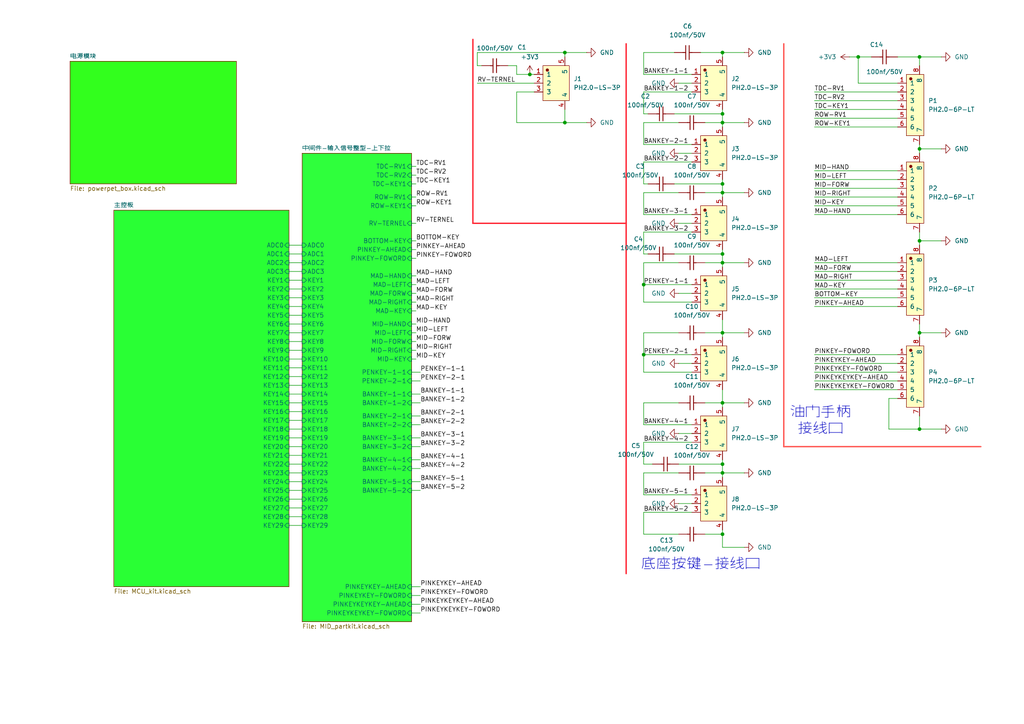
<source format=kicad_sch>
(kicad_sch (version 20231120) (generator "eeschema") (generator_version "8.0")
  (paper "A4")
  (lib_symbols
    (symbol "power:+3V3" (power) (pin_numbers hide) (pin_names (offset 0) hide)
      (property "Value" "+3V3" (at 0 3.556 0))
      (symbol "+3V3_0_1"
        (polyline (pts (xy -0.762 1.27) (xy 0 2.54)))
        (polyline (pts (xy 0 0) (xy 0 2.54)))
        (polyline (pts (xy 0 2.54) (xy 0.762 1.27)))
      )
      (symbol "+3V3_1_1"
        (pin power_in line (at 0 0 90) (length 0) (name "~") (number "1"))
      )
    )
    (symbol "power:GND" (power) (pin_numbers hide) (pin_names (offset 0) hide)
      (property "Value" "GND" (at 0 -3.81 0))
      (symbol "GND_0_1"
        (polyline (pts (xy 0 0) (xy 0 -1.27) (xy 1.27 -1.27) (xy 0 -2.54) (xy -1.27 -1.27) (xy 0 -1.27)))
      )
      (symbol "GND_1_1"
        (pin power_in line (at 0 0 270) (length 0) (name "~") (number "1"))
      )
    )
    (symbol "self_connect:PH2.0-6P-LT" (pin_names (offset 1.016))
      (property "Reference" "P" (at -3.556 13.97 0))
      (property "Value" "PH2.0-6P-LT" (at 9.652 -10.414 0))
      (symbol "PH2.0-6P-LT_1_1"
        (rectangle (start -2.54 12.7) (end 2.54 -5.08) (stroke (width 0.1524)) (fill (type background)))
        (circle (center -1.27 11.43) (radius 0.381) (stroke (width 0.1524)) (fill (type outline)))
        (pin passive line (at -5.08 10.16 0) (length 2.54) (name "1") (number "1"))
        (pin passive line (at -5.08 7.62 0) (length 2.54) (name "2") (number "2"))
        (pin passive line (at -5.08 5.08 0) (length 2.54) (name "3") (number "3"))
        (pin passive line (at -5.08 2.54 0) (length 2.54) (name "4") (number "4"))
        (pin passive line (at -5.08 0 0) (length 2.54) (name "5") (number "5"))
        (pin passive line (at -5.08 -2.54 0) (length 2.54) (name "6") (number "6"))
        (pin passive line (at 1.27 -7.62 90) (length 2.54) (name "7") (number "7"))
        (pin passive line (at 1.27 15.24 270) (length 2.54) (name "8") (number "8"))
      )
    )
    (symbol "self_connect:PH2.0-LS-3P" (pin_names (offset 1.016))
      (property "Reference" "J" (at -3.048 6.604 0))
      (property "Value" "PH2.0-LS-3P" (at -6.096 -7.366 0))
      (symbol "PH2.0-LS-3P_1_1"
        (rectangle (start -2.54 5.08) (end 5.08 -5.08) (stroke (width 0.1524)) (fill (type background)))
        (circle (center -1.27 3.81) (radius 0.381) (stroke (width 0.1524)) (fill (type outline)))
        (pin passive line (at -5.08 2.54 0) (length 2.54) (name "1") (number "1"))
        (pin passive line (at -5.08 0 0) (length 2.54) (name "2") (number "2"))
        (pin passive line (at -5.08 -2.54 0) (length 2.54) (name "3") (number "3"))
        (pin passive line (at 3.81 -7.62 90) (length 2.54) (name "4") (number "4"))
        (pin passive line (at 3.81 7.62 270) (length 2.54) (name "5") (number "5"))
      )
    )
    (symbol "self_no_source:0603C" (pin_numbers hide) (pin_names (offset 1.016) hide)
      (property "Reference" "C" (at -2.54 1.905 0))
      (property "Value" "0603C" (at 0.635 -3.175 0))
      (symbol "0603C_1_1"
        (polyline (pts (xy -1.27 0) (xy -0.508 0)) (stroke (width 0.254)))
        (polyline (pts (xy -0.508 -2.032) (xy -0.508 2.032)) (stroke (width 0.254)))
        (polyline (pts (xy 0.508 2.032) (xy 0.508 -2.032)) (stroke (width 0.254)))
        (polyline (pts (xy 1.27 0) (xy 0.508 0)) (stroke (width 0.254)))
        (pin passive line (at -3.81 0 0) (length 2.54) (name "1") (number "1"))
        (pin passive line (at 3.81 0 180) (length 2.54) (name "2") (number "2"))
      )
    )
  )
  (junction (at 209.55 55.88))
  (junction (at 153.67 21.59))
  (junction (at 266.7 124.46))
  (junction (at 209.55 76.2))
  (junction (at 266.7 43.18))
  (junction (at 209.55 15.24))
  (junction (at 248.92 16.51))
  (junction (at 209.55 73.66))
  (junction (at 186.69 102.87))
  (junction (at 209.55 137.16))
  (junction (at 163.83 15.24))
  (junction (at 163.83 35.56))
  (junction (at 209.55 35.56))
  (junction (at 209.55 96.52))
  (junction (at 186.69 82.55))
  (junction (at 209.55 154.94))
  (junction (at 266.7 16.51))
  (junction (at 266.7 96.52))
  (junction (at 209.55 33.02))
  (junction (at 209.55 116.84))
  (junction (at 209.55 134.62))
  (junction (at 209.55 53.34))
  (junction (at 266.7 69.85))
  (wire (pts (xy 119.38 110.49) (xy 121.92 110.49)))
  (wire (pts (xy 257.81 115.57) (xy 260.35 115.57)))
  (wire (pts (xy 248.92 24.13) (xy 260.35 24.13)))
  (wire (pts (xy 83.82 86.36) (xy 87.63 86.36)))
  (wire (pts (xy 83.82 116.84) (xy 87.63 116.84)))
  (wire (pts (xy 209.55 137.16) (xy 209.55 138.43)))
  (wire (pts (xy 209.55 92.71) (xy 209.55 96.52)))
  (wire (pts (xy 195.58 73.66) (xy 209.55 73.66)))
  (wire (pts (xy 204.47 55.88) (xy 209.55 55.88)))
  (wire (pts (xy 149.86 26.67) (xy 149.86 35.56)))
  (wire (pts (xy 163.83 15.24) (xy 163.83 16.51)))
  (wire (pts (xy 209.55 96.52) (xy 209.55 97.79)))
  (wire (pts (xy 209.55 72.39) (xy 209.55 73.66)))
  (wire (pts (xy 236.22 88.9) (xy 260.35 88.9)))
  (wire (pts (xy 138.43 15.24) (xy 163.83 15.24)))
  (wire (pts (xy 83.82 127) (xy 87.63 127)))
  (wire (pts (xy 196.85 146.05) (xy 200.66 146.05)))
  (wire (pts (xy 119.38 120.65) (xy 121.92 120.65)))
  (wire (pts (xy 236.22 52.07) (xy 260.35 52.07)))
  (wire (pts (xy 83.82 111.76) (xy 87.63 111.76)))
  (wire (pts (xy 236.22 54.61) (xy 260.35 54.61)))
  (wire (pts (xy 257.81 124.46) (xy 266.7 124.46)))
  (wire (pts (xy 139.7 19.05) (xy 138.43 19.05)))
  (wire (pts (xy 83.82 139.7) (xy 87.63 139.7)))
  (wire (pts (xy 209.55 153.67) (xy 209.55 154.94)))
  (wire (pts (xy 186.69 53.34) (xy 186.69 46.99)))
  (wire (pts (xy 138.43 24.13) (xy 154.94 24.13)))
  (wire (pts (xy 186.69 123.19) (xy 200.66 123.19)))
  (wire (pts (xy 186.69 116.84) (xy 186.69 123.19)))
  (wire (pts (xy 119.38 170.18) (xy 121.92 170.18)))
  (wire (pts (xy 119.38 114.3) (xy 121.92 114.3)))
  (wire (pts (xy 186.69 21.59) (xy 200.66 21.59)))
  (wire (pts (xy 196.85 24.13) (xy 200.66 24.13)))
  (wire (pts (xy 186.69 137.16) (xy 186.69 143.51)))
  (wire (pts (xy 266.7 69.85) (xy 266.7 71.12)))
  (wire (pts (xy 209.55 53.34) (xy 209.55 55.88)))
  (wire (pts (xy 83.82 121.92) (xy 87.63 121.92)))
  (wire (pts (xy 236.22 113.03) (xy 260.35 113.03)))
  (wire (pts (xy 186.69 55.88) (xy 186.69 62.23)))
  (wire (pts (xy 209.55 31.75) (xy 209.55 33.02)))
  (wire (pts (xy 83.82 88.9) (xy 87.63 88.9)))
  (wire (pts (xy 186.69 143.51) (xy 200.66 143.51)))
  (wire (pts (xy 83.82 119.38) (xy 87.63 119.38)))
  (wire (pts (xy 83.82 142.24) (xy 87.63 142.24)))
  (wire (pts (xy 153.67 21.59) (xy 154.94 21.59)))
  (wire (pts (xy 119.38 123.19) (xy 121.92 123.19)))
  (wire (pts (xy 209.55 73.66) (xy 209.55 76.2)))
  (wire (pts (xy 186.69 33.02) (xy 186.69 26.67)))
  (wire (pts (xy 204.47 137.16) (xy 209.55 137.16)))
  (wire (pts (xy 236.22 31.75) (xy 260.35 31.75)))
  (wire (pts (xy 209.55 15.24) (xy 209.55 16.51)))
  (wire (pts (xy 260.35 16.51) (xy 266.7 16.51)))
  (wire (pts (xy 83.82 124.46) (xy 87.63 124.46)))
  (wire (pts (xy 147.32 19.05) (xy 149.86 19.05)))
  (wire (pts (xy 119.38 104.14) (xy 120.65 104.14)))
  (wire (pts (xy 209.55 33.02) (xy 209.55 35.56)))
  (wire (pts (xy 83.82 96.52) (xy 87.63 96.52)))
  (wire (pts (xy 186.69 102.87) (xy 200.66 102.87)))
  (wire (pts (xy 119.38 53.34) (xy 120.65 53.34)))
  (wire (pts (xy 209.55 134.62) (xy 209.55 137.16)))
  (wire (pts (xy 236.22 83.82) (xy 260.35 83.82)))
  (wire (pts (xy 209.55 116.84) (xy 209.55 118.11)))
  (wire (pts (xy 186.69 55.88) (xy 196.85 55.88)))
  (wire (pts (xy 119.38 133.35) (xy 121.92 133.35)))
  (wire (pts (xy 209.55 113.03) (xy 209.55 116.84)))
  (wire (pts (xy 119.38 172.72) (xy 121.92 172.72)))
  (wire (pts (xy 186.69 35.56) (xy 186.69 41.91)))
  (polyline (pts (xy 284.48 129.54) (xy 227.33 129.54)) (stroke (width 0.4) (color 255 87 82 1)))
  (polyline (pts (xy 227.33 12.7) (xy 227.33 129.54)) (stroke (width 0.4) (color 255 87 82 1)))
  (wire (pts (xy 186.69 15.24) (xy 186.69 21.59)))
  (wire (pts (xy 119.38 90.17) (xy 120.65 90.17)))
  (wire (pts (xy 266.7 41.91) (xy 266.7 43.18)))
  (wire (pts (xy 83.82 78.74) (xy 87.63 78.74)))
  (wire (pts (xy 236.22 57.15) (xy 260.35 57.15)))
  (wire (pts (xy 209.55 137.16) (xy 215.9 137.16)))
  (wire (pts (xy 119.38 64.77) (xy 120.65 64.77)))
  (wire (pts (xy 83.82 132.08) (xy 87.63 132.08)))
  (wire (pts (xy 186.69 102.87) (xy 186.69 107.95)))
  (wire (pts (xy 196.85 105.41) (xy 200.66 105.41)))
  (wire (pts (xy 236.22 34.29) (xy 260.35 34.29)))
  (wire (pts (xy 170.18 15.24) (xy 163.83 15.24)))
  (wire (pts (xy 266.7 16.51) (xy 273.05 16.51)))
  (wire (pts (xy 209.55 55.88) (xy 209.55 57.15)))
  (wire (pts (xy 203.2 15.24) (xy 209.55 15.24)))
  (wire (pts (xy 209.55 52.07) (xy 209.55 53.34)))
  (wire (pts (xy 266.7 124.46) (xy 273.05 124.46)))
  (wire (pts (xy 209.55 133.35) (xy 209.55 134.62)))
  (wire (pts (xy 83.82 109.22) (xy 87.63 109.22)))
  (wire (pts (xy 246.38 16.51) (xy 248.92 16.51)))
  (wire (pts (xy 119.38 93.98) (xy 120.65 93.98)))
  (wire (pts (xy 236.22 102.87) (xy 260.35 102.87)))
  (wire (pts (xy 83.82 76.2) (xy 87.63 76.2)))
  (wire (pts (xy 196.85 134.62) (xy 209.55 134.62)))
  (wire (pts (xy 119.38 101.6) (xy 120.65 101.6)))
  (polyline (pts (xy 137.16 11.43) (xy 137.16 64.77)) (stroke (width 0.4) (color 255 37 51 1)))
  (wire (pts (xy 83.82 91.44) (xy 87.63 91.44)))
  (wire (pts (xy 186.69 107.95) (xy 200.66 107.95)))
  (wire (pts (xy 119.38 50.8) (xy 120.65 50.8)))
  (wire (pts (xy 209.55 96.52) (xy 215.9 96.52)))
  (wire (pts (xy 209.55 76.2) (xy 215.9 76.2)))
  (wire (pts (xy 236.22 105.41) (xy 260.35 105.41)))
  (wire (pts (xy 209.55 154.94) (xy 209.55 158.75)))
  (wire (pts (xy 119.38 96.52) (xy 120.65 96.52)))
  (wire (pts (xy 186.69 53.34) (xy 187.96 53.34)))
  (wire (pts (xy 252.73 16.51) (xy 248.92 16.51)))
  (wire (pts (xy 266.7 96.52) (xy 273.05 96.52)))
  (wire (pts (xy 186.69 154.94) (xy 196.85 154.94)))
  (wire (pts (xy 83.82 144.78) (xy 87.63 144.78)))
  (wire (pts (xy 119.38 129.54) (xy 121.92 129.54)))
  (wire (pts (xy 186.69 82.55) (xy 186.69 87.63)))
  (wire (pts (xy 119.38 127) (xy 121.92 127)))
  (wire (pts (xy 149.86 21.59) (xy 153.67 21.59)))
  (wire (pts (xy 196.85 64.77) (xy 200.66 64.77)))
  (wire (pts (xy 236.22 26.67) (xy 260.35 26.67)))
  (wire (pts (xy 236.22 49.53) (xy 260.35 49.53)))
  (wire (pts (xy 186.69 137.16) (xy 196.85 137.16)))
  (wire (pts (xy 186.69 46.99) (xy 200.66 46.99)))
  (wire (pts (xy 266.7 96.52) (xy 266.7 97.79)))
  (wire (pts (xy 83.82 137.16) (xy 87.63 137.16)))
  (wire (pts (xy 209.55 55.88) (xy 215.9 55.88)))
  (wire (pts (xy 186.69 26.67) (xy 200.66 26.67)))
  (wire (pts (xy 236.22 110.49) (xy 260.35 110.49)))
  (wire (pts (xy 119.38 99.06) (xy 120.65 99.06)))
  (wire (pts (xy 186.69 128.27) (xy 200.66 128.27)))
  (wire (pts (xy 209.55 35.56) (xy 215.9 35.56)))
  (wire (pts (xy 119.38 69.85) (xy 120.65 69.85)))
  (wire (pts (xy 119.38 59.69) (xy 120.65 59.69)))
  (wire (pts (xy 266.7 69.85) (xy 273.05 69.85)))
  (wire (pts (xy 119.38 139.7) (xy 121.92 139.7)))
  (polyline (pts (xy 181.61 12.7) (xy 181.61 166.37)) (stroke (width 0.4) (color 255 37 51 1)))
  (wire (pts (xy 119.38 85.09) (xy 120.65 85.09)))
  (wire (pts (xy 186.69 33.02) (xy 187.96 33.02)))
  (wire (pts (xy 266.7 16.51) (xy 266.7 19.05)))
  (wire (pts (xy 236.22 81.28) (xy 260.35 81.28)))
  (wire (pts (xy 186.69 96.52) (xy 196.85 96.52)))
  (wire (pts (xy 266.7 43.18) (xy 266.7 44.45)))
  (wire (pts (xy 236.22 29.21) (xy 260.35 29.21)))
  (wire (pts (xy 154.94 26.67) (xy 149.86 26.67)))
  (wire (pts (xy 119.38 82.55) (xy 120.65 82.55)))
  (wire (pts (xy 83.82 114.3) (xy 87.63 114.3)))
  (wire (pts (xy 196.85 85.09) (xy 200.66 85.09)))
  (wire (pts (xy 83.82 93.98) (xy 87.63 93.98)))
  (wire (pts (xy 204.47 116.84) (xy 209.55 116.84)))
  (wire (pts (xy 266.7 67.31) (xy 266.7 69.85)))
  (wire (pts (xy 248.92 16.51) (xy 248.92 24.13)))
  (wire (pts (xy 83.82 134.62) (xy 87.63 134.62)))
  (wire (pts (xy 186.69 73.66) (xy 186.69 67.31)))
  (wire (pts (xy 83.82 83.82) (xy 87.63 83.82)))
  (wire (pts (xy 236.22 76.2) (xy 260.35 76.2)))
  (wire (pts (xy 119.38 116.84) (xy 121.92 116.84)))
  (wire (pts (xy 83.82 71.12) (xy 87.63 71.12)))
  (wire (pts (xy 186.69 67.31) (xy 200.66 67.31)))
  (wire (pts (xy 149.86 19.05) (xy 149.86 21.59)))
  (wire (pts (xy 186.69 76.2) (xy 186.69 82.55)))
  (wire (pts (xy 266.7 93.98) (xy 266.7 96.52)))
  (wire (pts (xy 163.83 31.75) (xy 163.83 35.56)))
  (wire (pts (xy 204.47 35.56) (xy 209.55 35.56)))
  (wire (pts (xy 257.81 115.57) (xy 257.81 124.46)))
  (wire (pts (xy 119.38 142.24) (xy 121.92 142.24)))
  (wire (pts (xy 209.55 35.56) (xy 209.55 36.83)))
  (wire (pts (xy 83.82 129.54) (xy 87.63 129.54)))
  (wire (pts (xy 196.85 125.73) (xy 200.66 125.73)))
  (wire (pts (xy 236.22 59.69) (xy 260.35 59.69)))
  (polyline (pts (xy 181.61 64.77) (xy 137.16 64.77)) (stroke (width 0.4) (color 255 37 51 1)))
  (wire (pts (xy 186.69 154.94) (xy 186.69 148.59)))
  (wire (pts (xy 186.69 62.23) (xy 200.66 62.23)))
  (wire (pts (xy 186.69 15.24) (xy 195.58 15.24)))
  (wire (pts (xy 83.82 73.66) (xy 87.63 73.66)))
  (wire (pts (xy 83.82 152.4) (xy 87.63 152.4)))
  (wire (pts (xy 266.7 120.65) (xy 266.7 124.46)))
  (wire (pts (xy 236.22 86.36) (xy 260.35 86.36)))
  (wire (pts (xy 119.38 177.8) (xy 121.92 177.8)))
  (wire (pts (xy 119.38 80.01) (xy 120.65 80.01)))
  (wire (pts (xy 196.85 44.45) (xy 200.66 44.45)))
  (wire (pts (xy 186.69 73.66) (xy 187.96 73.66)))
  (wire (pts (xy 186.69 96.52) (xy 186.69 102.87)))
  (wire (pts (xy 204.47 154.94) (xy 209.55 154.94)))
  (wire (pts (xy 186.69 87.63) (xy 200.66 87.63)))
  (wire (pts (xy 186.69 35.56) (xy 196.85 35.56)))
  (wire (pts (xy 209.55 158.75) (xy 215.9 158.75)))
  (wire (pts (xy 119.38 48.26) (xy 120.65 48.26)))
  (wire (pts (xy 186.69 41.91) (xy 200.66 41.91)))
  (wire (pts (xy 119.38 72.39) (xy 120.65 72.39)))
  (wire (pts (xy 186.69 134.62) (xy 189.23 134.62)))
  (wire (pts (xy 236.22 36.83) (xy 260.35 36.83)))
  (wire (pts (xy 186.69 76.2) (xy 196.85 76.2)))
  (wire (pts (xy 119.38 74.93) (xy 120.65 74.93)))
  (wire (pts (xy 209.55 116.84) (xy 215.9 116.84)))
  (wire (pts (xy 149.86 35.56) (xy 163.83 35.56)))
  (wire (pts (xy 83.82 99.06) (xy 87.63 99.06)))
  (wire (pts (xy 83.82 81.28) (xy 87.63 81.28)))
  (wire (pts (xy 195.58 53.34) (xy 209.55 53.34)))
  (wire (pts (xy 186.69 148.59) (xy 200.66 148.59)))
  (wire (pts (xy 236.22 107.95) (xy 260.35 107.95)))
  (wire (pts (xy 83.82 104.14) (xy 87.63 104.14)))
  (wire (pts (xy 170.18 35.56) (xy 163.83 35.56)))
  (wire (pts (xy 215.9 15.24) (xy 209.55 15.24)))
  (wire (pts (xy 186.69 116.84) (xy 196.85 116.84)))
  (wire (pts (xy 119.38 107.95) (xy 121.92 107.95)))
  (wire (pts (xy 204.47 96.52) (xy 209.55 96.52)))
  (wire (pts (xy 83.82 147.32) (xy 87.63 147.32)))
  (wire (pts (xy 83.82 106.68) (xy 87.63 106.68)))
  (wire (pts (xy 236.22 62.23) (xy 260.35 62.23)))
  (wire (pts (xy 119.38 135.89) (xy 121.92 135.89)))
  (wire (pts (xy 209.55 76.2) (xy 209.55 77.47)))
  (wire (pts (xy 119.38 57.15) (xy 120.65 57.15)))
  (wire (pts (xy 83.82 101.6) (xy 87.63 101.6)))
  (wire (pts (xy 195.58 33.02) (xy 209.55 33.02)))
  (wire (pts (xy 119.38 87.63) (xy 120.65 87.63)))
  (wire (pts (xy 138.43 19.05) (xy 138.43 15.24)))
  (wire (pts (xy 83.82 149.86) (xy 87.63 149.86)))
  (wire (pts (xy 236.22 78.74) (xy 260.35 78.74)))
  (wire (pts (xy 266.7 43.18) (xy 273.05 43.18)))
  (wire (pts (xy 119.38 175.26) (xy 121.92 175.26)))
  (wire (pts (xy 186.69 82.55) (xy 200.66 82.55)))
  (wire (pts (xy 204.47 76.2) (xy 209.55 76.2)))
  (wire (pts (xy 186.69 134.62) (xy 186.69 128.27)))
  (text "底座按键-接线口" (at 203.2 163.83 0) (effects (font (size 3 3))))
  (text "油门手柄\n接线口" (at 237.998 122.174 0) (effects (font (size 3 3))))
  (label "PINKEYKEY-AHEAD" (at 121.92 170.18 0))
  (label "TDC-RV1" (at 120.65 48.26 0))
  (label "MID-FORW" (at 120.65 99.06 0))
  (label "ROW-KEY1" (at 120.65 59.69 0))
  (label "MID-KEY" (at 120.65 104.14 0))
  (label "MID-FORW" (at 236.22 54.61 0))
  (label "BANKEY-5-1" (at 121.92 139.7 0))
  (label "PINKEY-AHEAD" (at 236.22 88.9 0))
  (label "BANKEY-5-2" (at 121.92 142.24 0))
  (label "BANKEY-4-2" (at 186.69 128.27 0))
  (label "BANKEY-1-1" (at 186.69 21.59 0))
  (label "TDC-KEY1" (at 120.65 53.34 0))
  (label "BANKEY-5-2" (at 186.69 148.59 0))
  (label "BANKEY-3-2" (at 121.92 129.54 0))
  (label "MID-HAND" (at 236.22 49.53 0))
  (label "BANKEY-1-2" (at 121.92 116.84 0))
  (label "ROW-RV1" (at 120.65 57.15 0))
  (label "MID-RIGHT" (at 120.65 101.6 0))
  (label "MID-HAND" (at 120.65 93.98 0))
  (label "TDC-KEY1" (at 236.22 31.75 0))
  (label "MAD-LEFT" (at 120.65 82.55 0))
  (label "BANKEY-3-1" (at 186.69 62.23 0))
  (label "RV-TERNEL" (at 138.43 24.13 0))
  (label "PINKEY-FOWORD" (at 120.65 74.93 0))
  (label "BANKEY-2-1" (at 121.92 120.65 0))
  (label "BANKEY-3-1" (at 121.92 127 0))
  (label "BANKEY-2-2" (at 186.69 46.99 0))
  (label "MID-LEFT" (at 120.65 96.52 0))
  (label "MID-RIGHT" (at 236.22 57.15 0))
  (label "MID-LEFT" (at 236.22 52.07 0))
  (label "PENKEY-1-1" (at 186.69 82.55 0))
  (label "RV-TERNEL" (at 120.65 64.77 0))
  (label "MAD-HAND" (at 120.65 80.01 0))
  (label "MAD-HAND" (at 236.22 62.23 0))
  (label "TDC-RV1" (at 236.22 26.67 0))
  (label "MAD-KEY" (at 120.65 90.17 0))
  (label "BANKEY-4-1" (at 186.69 123.19 0))
  (label "BANKEY-5-1" (at 186.69 143.51 0))
  (label "PINKEYKEY-FOWORD" (at 121.92 172.72 0))
  (label "BANKEY-4-1" (at 121.92 133.35 0))
  (label "BANKEY-1-2" (at 186.69 26.67 0))
  (label "ROW-RV1" (at 236.22 34.29 0))
  (label "BANKEY-3-2" (at 186.69 67.31 0))
  (label "BANKEY-2-2" (at 121.92 123.19 0))
  (label "PINKEYKEY-FOWORD" (at 236.22 107.95 0))
  (label "MAD-RIGHT" (at 236.22 81.28 0))
  (label "MAD-FORW" (at 236.22 78.74 0))
  (label "BANKEY-4-2" (at 121.92 135.89 0))
  (label "PINKEYKEYKEY-AHEAD" (at 236.22 110.49 0))
  (label "PINKEYKEYKEY-FOWORD" (at 236.22 113.03 0))
  (label "MID-KEY" (at 236.22 59.69 0))
  (label "MAD-RIGHT" (at 120.65 87.63 0))
  (label "BANKEY-2-1" (at 186.69 41.91 0))
  (label "TDC-RV2" (at 120.65 50.8 0))
  (label "PINKEY-FOWORD" (at 236.22 102.87 0))
  (label "MAD-KEY" (at 236.22 83.82 0))
  (label "BOTTOM-KEY" (at 236.22 86.36 0))
  (label "BANKEY-1-1" (at 121.92 114.3 0))
  (label "PINKEYKEY-AHEAD" (at 236.22 105.41 0))
  (label "PINKEYKEYKEY-FOWORD" (at 121.92 177.8 0))
  (label "PENKEY-1-1" (at 121.92 107.95 0))
  (label "BOTTOM-KEY" (at 120.65 69.85 0))
  (label "PINKEYKEYKEY-AHEAD" (at 121.92 175.26 0))
  (label "PENKEY-2-1" (at 186.69 102.87 0))
  (label "ROW-KEY1" (at 236.22 36.83 0))
  (label "PINKEY-AHEAD" (at 120.65 72.39 0))
  (label "MAD-FORW" (at 120.65 85.09 0))
  (label "MAD-LEFT" (at 236.22 76.2 0))
  (label "PENKEY-2-1" (at 121.92 110.49 0))
  (label "TDC-RV2" (at 236.22 29.21 0))
  (symbol (lib_id "self_no_source:0603C") (at 199.39 15.24 0) (unit 1)
    (property "Reference" "C6" (at 199.39 7.62 0))
    (property "Value" "100nf/50V" (at 199.39 10.16 0))
    (property "Footprint" "self-mod:0603_C" (effects (hide yes)))
    (property "Datasheet" "http://www.szlcsc.com/product/details_16531.html" (effects (hide yes)))
    (property "Description" "CAP" (effects (hide yes)))
  )
  (symbol (lib_id "self_no_source:0603C") (at 200.66 55.88 0) (unit 1)
    (property "Reference" "C8" (at 200.66 48.26 0))
    (property "Value" "100nf/50V" (at 200.66 50.8 0))
    (property "Footprint" "self-mod:0603_C" (effects (hide yes)))
    (property "Datasheet" "http://www.szlcsc.com/product/details_16531.html" (effects (hide yes)))
    (property "Description" "CAP" (effects (hide yes)))
  )
  (symbol (lib_id "self_no_source:0603C") (at 200.66 154.94 0) (mirror x) (unit 1)
    (property "Reference" "C13" (at 193.294 156.718 0))
    (property "Value" "100nf/50V" (at 193.294 159.258 0))
    (property "Footprint" "self-mod:0603_C" (effects (hide yes)))
    (property "Datasheet" "http://www.szlcsc.com/product/details_16531.html" (effects (hide yes)))
    (property "Description" "CAP" (effects (hide yes)))
  )
  (symbol (lib_id "self_no_source:0603C") (at 191.77 33.02 0) (mirror x) (unit 1)
    (property "Reference" "C2" (at 187.198 27.94 0))
    (property "Value" "100nf/50V" (at 187.198 30.48 0))
    (property "Footprint" "self-mod:0603_C" (effects (hide yes)))
    (property "Datasheet" "http://www.szlcsc.com/product/details_16531.html" (effects (hide yes)))
    (property "Description" "CAP" (effects (hide yes)))
  )
  (symbol (lib_id "power:GND") (at 273.05 96.52 90) (unit 1)
    (property "Reference" "#PWR023" (effects (hide yes)))
    (property "Value" "GND" (at 276.86 96.5199 90) (effects (justify right)))
    (property "Description" "Power symbol creates a global label with name \"GND\" , ground" (effects (hide yes)))
  )
  (symbol (lib_id "power:GND") (at 196.85 105.41 270) (unit 1)
    (property "Reference" "#PWR08" (effects (hide yes)))
    (property "Value" "GND" (at 193.04 105.4099 90) (effects (justify right)))
    (property "Description" "Power symbol creates a global label with name \"GND\" , ground" (effects (hide yes)))
  )
  (symbol (lib_id "self_no_source:0603C") (at 193.04 134.62 0) (mirror x) (unit 1)
    (property "Reference" "C5" (at 184.404 129.286 0))
    (property "Value" "100nf/50V" (at 184.404 131.826 0))
    (property "Footprint" "self-mod:0603_C" (effects (hide yes)))
    (property "Datasheet" "http://www.szlcsc.com/product/details_16531.html" (effects (hide yes)))
    (property "Description" "CAP" (effects (hide yes)))
  )
  (symbol (lib_id "self_connect:PH2.0-6P-LT") (at 265.43 86.36 0) (unit 1)
    (property "Reference" "P3" (at 269.24 81.2799 0) (effects (justify left)))
    (property "Value" "PH2.0-6P-LT" (at 269.24 83.8199 0) (effects (justify left)))
    (property "Footprint" "self-connecte:CONN-SMD_6P-P2.00_SHOU_2.0-6PLTDK" (effects (hide yes)))
    (property "Description" "C19272111" (effects (hide yes)))
    (property "uuid" "std:aed6e97ea1a44d6fab05bf84a3c832f8" (effects (hide yes)))
  )
  (symbol (lib_id "self_no_source:0603C") (at 200.66 116.84 0) (unit 1)
    (property "Reference" "C11" (at 200.66 109.22 0))
    (property "Value" "100nf/50V" (at 200.66 111.76 0))
    (property "Footprint" "self-mod:0603_C" (effects (hide yes)))
    (property "Datasheet" "http://www.szlcsc.com/product/details_16531.html" (effects (hide yes)))
    (property "Description" "CAP" (effects (hide yes)))
  )
  (symbol (lib_id "power:GND") (at 215.9 35.56 90) (unit 1)
    (property "Reference" "#PWR012" (effects (hide yes)))
    (property "Value" "GND" (at 219.71 35.5599 90) (effects (justify right)))
    (property "Description" "Power symbol creates a global label with name \"GND\" , ground" (effects (hide yes)))
  )
  (symbol (lib_id "self_no_source:0603C") (at 200.66 137.16 0) (unit 1)
    (property "Reference" "C12" (at 200.66 129.54 0))
    (property "Value" "100nf/50V" (at 200.66 132.08 0))
    (property "Footprint" "self-mod:0603_C" (effects (hide yes)))
    (property "Datasheet" "http://www.szlcsc.com/product/details_16531.html" (effects (hide yes)))
    (property "Description" "CAP" (effects (hide yes)))
  )
  (symbol (lib_id "power:GND") (at 215.9 76.2 90) (unit 1)
    (property "Reference" "#PWR014" (effects (hide yes)))
    (property "Value" "GND" (at 219.71 76.1999 90) (effects (justify right)))
    (property "Description" "Power symbol creates a global label with name \"GND\" , ground" (effects (hide yes)))
  )
  (symbol (lib_id "self_no_source:0603C") (at 200.66 35.56 0) (unit 1)
    (property "Reference" "C7" (at 200.66 27.94 0))
    (property "Value" "100nf/50V" (at 200.66 30.48 0))
    (property "Footprint" "self-mod:0603_C" (effects (hide yes)))
    (property "Datasheet" "http://www.szlcsc.com/product/details_16531.html" (effects (hide yes)))
    (property "Description" "CAP" (effects (hide yes)))
  )
  (symbol (lib_id "self_connect:PH2.0-6P-LT") (at 265.43 59.69 0) (unit 1)
    (property "Reference" "P2" (at 269.24 54.6099 0) (effects (justify left)))
    (property "Value" "PH2.0-6P-LT" (at 269.24 57.1499 0) (effects (justify left)))
    (property "Footprint" "self-connecte:CONN-SMD_6P-P2.00_SHOU_2.0-6PLTDK" (effects (hide yes)))
    (property "Description" "C19272111" (effects (hide yes)))
    (property "uuid" "std:aed6e97ea1a44d6fab05bf84a3c832f8" (effects (hide yes)))
  )
  (symbol (lib_id "self_no_source:0603C") (at 256.54 16.51 0) (unit 1)
    (property "Reference" "C14" (at 254.254 12.954 0))
    (property "Value" "100nf/50V" (at 256.54 20.828 0))
    (property "Footprint" "self-mod:0603_C" (effects (hide yes)))
    (property "Datasheet" "http://www.szlcsc.com/product/details_16531.html" (effects (hide yes)))
    (property "Description" "CAP" (effects (hide yes)))
  )
  (symbol (lib_id "self_no_source:0603C") (at 191.77 73.66 0) (mirror x) (unit 1)
    (property "Reference" "C4" (at 185.166 69.342 0))
    (property "Value" "100nf/50V" (at 185.166 71.882 0))
    (property "Footprint" "self-mod:0603_C" (effects (hide yes)))
    (property "Datasheet" "http://www.szlcsc.com/product/details_16531.html" (effects (hide yes)))
    (property "Description" "CAP" (effects (hide yes)))
  )
  (symbol (lib_id "power:GND") (at 215.9 158.75 90) (unit 1)
    (property "Reference" "#PWR018" (effects (hide yes)))
    (property "Value" "GND" (at 219.71 158.7499 90) (effects (justify right)))
    (property "Description" "Power symbol creates a global label with name \"GND\" , ground" (effects (hide yes)))
  )
  (symbol (lib_id "power:GND") (at 196.85 85.09 270) (unit 1)
    (property "Reference" "#PWR07" (effects (hide yes)))
    (property "Value" "GND" (at 193.04 85.0899 90) (effects (justify right)))
    (property "Description" "Power symbol creates a global label with name \"GND\" , ground" (effects (hide yes)))
  )
  (symbol (lib_id "power:GND") (at 196.85 146.05 270) (unit 1)
    (property "Reference" "#PWR010" (effects (hide yes)))
    (property "Value" "GND" (at 193.04 146.0499 90) (effects (justify right)))
    (property "Description" "Power symbol creates a global label with name \"GND\" , ground" (effects (hide yes)))
  )
  (symbol (lib_id "self_no_source:0603C") (at 143.51 19.05 180) (unit 1)
    (property "Reference" "C1" (at 151.384 13.716 0))
    (property "Value" "100nf/50V" (at 143.51 13.97 0))
    (property "Footprint" "self-mod:0603_C" (effects (hide yes)))
    (property "Datasheet" "http://www.szlcsc.com/product/details_16531.html" (effects (hide yes)))
    (property "Description" "CAP" (effects (hide yes)))
  )
  (symbol (lib_id "power:GND") (at 196.85 125.73 270) (unit 1)
    (property "Reference" "#PWR09" (effects (hide yes)))
    (property "Value" "GND" (at 193.04 125.7299 90) (effects (justify right)))
    (property "Description" "Power symbol creates a global label with name \"GND\" , ground" (effects (hide yes)))
  )
  (symbol (lib_id "self_connect:PH2.0-6P-LT") (at 265.43 113.03 0) (unit 1)
    (property "Reference" "P4" (at 269.24 107.9499 0) (effects (justify left)))
    (property "Value" "PH2.0-6P-LT" (at 269.24 110.4899 0) (effects (justify left)))
    (property "Footprint" "self-connecte:CONN-SMD_6P-P2.00_SHOU_2.0-6PLTDK" (effects (hide yes)))
    (property "Description" "C19272111" (effects (hide yes)))
    (property "uuid" "std:aed6e97ea1a44d6fab05bf84a3c832f8" (effects (hide yes)))
  )
  (symbol (lib_id "self_no_source:0603C") (at 200.66 76.2 0) (unit 1)
    (property "Reference" "C9" (at 200.66 68.58 0))
    (property "Value" "100nf/50V" (at 200.66 71.12 0))
    (property "Footprint" "self-mod:0603_C" (effects (hide yes)))
    (property "Datasheet" "http://www.szlcsc.com/product/details_16531.html" (effects (hide yes)))
    (property "Description" "CAP" (effects (hide yes)))
  )
  (symbol (lib_id "power:GND") (at 196.85 44.45 270) (unit 1)
    (property "Reference" "#PWR05" (effects (hide yes)))
    (property "Value" "GND" (at 193.04 44.4499 90) (effects (justify right)))
    (property "Description" "Power symbol creates a global label with name \"GND\" , ground" (effects (hide yes)))
  )
  (symbol (lib_id "self_connect:PH2.0-LS-3P") (at 205.74 146.05 0) (unit 1)
    (property "Reference" "J8" (at 212.09 144.7799 0) (effects (justify left)))
    (property "Value" "PH2.0-LS-3P" (at 212.09 147.3199 0) (effects (justify left)))
    (property "Footprint" "self-connecte:CONN-SMD_3P-P2.00_PH2.0-LT-3P" (effects (hide yes)))
    (property "Description" "C2857461" (effects (hide yes)))
    (property "uuid" "std:8110ba4f4e3c4844895556b5b2d34f2f" (effects (hide yes)))
  )
  (symbol (lib_id "power:GND") (at 196.85 24.13 270) (unit 1)
    (property "Reference" "#PWR04" (effects (hide yes)))
    (property "Value" "GND" (at 193.04 24.1299 90) (effects (justify right)))
    (property "Description" "Power symbol creates a global label with name \"GND\" , ground" (effects (hide yes)))
  )
  (symbol (lib_id "self_connect:PH2.0-LS-3P") (at 160.02 24.13 0) (unit 1)
    (property "Reference" "J1" (at 166.37 22.8599 0) (effects (justify left)))
    (property "Value" "PH2.0-LS-3P" (at 166.37 25.3999 0) (effects (justify left)))
    (property "Footprint" "self-connecte:CONN-SMD_3P-P2.00_PH2.0-LT-3P" (effects (hide yes)))
    (property "Description" "C2857461" (effects (hide yes)))
    (property "uuid" "std:8110ba4f4e3c4844895556b5b2d34f2f" (effects (hide yes)))
  )
  (symbol (lib_id "self_connect:PH2.0-LS-3P") (at 205.74 44.45 0) (unit 1)
    (property "Reference" "J3" (at 212.09 43.1799 0) (effects (justify left)))
    (property "Value" "PH2.0-LS-3P" (at 212.09 45.7199 0) (effects (justify left)))
    (property "Footprint" "self-connecte:CONN-SMD_3P-P2.00_PH2.0-LT-3P" (effects (hide yes)))
    (property "Description" "C2857461" (effects (hide yes)))
    (property "uuid" "std:8110ba4f4e3c4844895556b5b2d34f2f" (effects (hide yes)))
  )
  (symbol (lib_id "power:GND") (at 170.18 15.24 90) (unit 1)
    (property "Reference" "#PWR02" (effects (hide yes)))
    (property "Value" "GND" (at 173.99 15.2399 90) (effects (justify right)))
    (property "Description" "Power symbol creates a global label with name \"GND\" , ground" (effects (hide yes)))
  )
  (symbol (lib_id "self_connect:PH2.0-LS-3P") (at 205.74 105.41 0) (unit 1)
    (property "Reference" "J6" (at 212.09 104.1399 0) (effects (justify left)))
    (property "Value" "PH2.0-LS-3P" (at 212.09 106.6799 0) (effects (justify left)))
    (property "Footprint" "self-connecte:CONN-SMD_3P-P2.00_PH2.0-LT-3P" (effects (hide yes)))
    (property "Description" "C2857461" (effects (hide yes)))
    (property "uuid" "std:8110ba4f4e3c4844895556b5b2d34f2f" (effects (hide yes)))
  )
  (symbol (lib_id "self_connect:PH2.0-6P-LT") (at 265.43 34.29 0) (unit 1)
    (property "Reference" "P1" (at 269.24 29.2099 0) (effects (justify left)))
    (property "Value" "PH2.0-6P-LT" (at 269.24 31.7499 0) (effects (justify left)))
    (property "Footprint" "self-connecte:CONN-SMD_6P-P2.00_SHOU_2.0-6PLTDK" (effects (hide yes)))
    (property "Description" "C19272111" (effects (hide yes)))
    (property "uuid" "std:aed6e97ea1a44d6fab05bf84a3c832f8" (effects (hide yes)))
  )
  (symbol (lib_id "power:GND") (at 215.9 96.52 90) (unit 1)
    (property "Reference" "#PWR015" (effects (hide yes)))
    (property "Value" "GND" (at 219.71 96.5199 90) (effects (justify right)))
    (property "Description" "Power symbol creates a global label with name \"GND\" , ground" (effects (hide yes)))
  )
  (symbol (lib_id "self_connect:PH2.0-LS-3P") (at 205.74 85.09 0) (unit 1)
    (property "Reference" "J5" (at 212.09 83.8199 0) (effects (justify left)))
    (property "Value" "PH2.0-LS-3P" (at 212.09 86.3599 0) (effects (justify left)))
    (property "Footprint" "self-connecte:CONN-SMD_3P-P2.00_PH2.0-LT-3P" (effects (hide yes)))
    (property "Description" "C2857461" (effects (hide yes)))
    (property "uuid" "std:8110ba4f4e3c4844895556b5b2d34f2f" (effects (hide yes)))
  )
  (symbol (lib_id "self_connect:PH2.0-LS-3P") (at 205.74 125.73 0) (unit 1)
    (property "Reference" "J7" (at 212.09 124.4599 0) (effects (justify left)))
    (property "Value" "PH2.0-LS-3P" (at 212.09 126.9999 0) (effects (justify left)))
    (property "Footprint" "self-connecte:CONN-SMD_3P-P2.00_PH2.0-LT-3P" (effects (hide yes)))
    (property "Description" "C2857461" (effects (hide yes)))
    (property "uuid" "std:8110ba4f4e3c4844895556b5b2d34f2f" (effects (hide yes)))
  )
  (symbol (lib_id "self_no_source:0603C") (at 191.77 53.34 0) (mirror x) (unit 1)
    (property "Reference" "C3" (at 185.674 48.26 0))
    (property "Value" "100nf/50V" (at 185.674 50.8 0))
    (property "Footprint" "self-mod:0603_C" (effects (hide yes)))
    (property "Datasheet" "http://www.szlcsc.com/product/details_16531.html" (effects (hide yes)))
    (property "Description" "CAP" (effects (hide yes)))
  )
  (symbol (lib_id "self_no_source:0603C") (at 200.66 96.52 0) (unit 1)
    (property "Reference" "C10" (at 200.66 88.9 0))
    (property "Value" "100nf/50V" (at 200.66 91.44 0))
    (property "Footprint" "self-mod:0603_C" (effects (hide yes)))
    (property "Datasheet" "http://www.szlcsc.com/product/details_16531.html" (effects (hide yes)))
    (property "Description" "CAP" (effects (hide yes)))
  )
  (symbol (lib_id "self_connect:PH2.0-LS-3P") (at 205.74 64.77 0) (unit 1)
    (property "Reference" "J4" (at 212.09 63.4999 0) (effects (justify left)))
    (property "Value" "PH2.0-LS-3P" (at 212.09 66.0399 0) (effects (justify left)))
    (property "Footprint" "self-connecte:CONN-SMD_3P-P2.00_PH2.0-LT-3P" (effects (hide yes)))
    (property "Description" "C2857461" (effects (hide yes)))
    (property "uuid" "std:8110ba4f4e3c4844895556b5b2d34f2f" (effects (hide yes)))
  )
  (symbol (lib_id "power:GND") (at 273.05 124.46 90) (unit 1)
    (property "Reference" "#PWR024" (effects (hide yes)))
    (property "Value" "GND" (at 276.86 124.4599 90) (effects (justify right)))
    (property "Description" "Power symbol creates a global label with name \"GND\" , ground" (effects (hide yes)))
  )
  (symbol (lib_id "power:GND") (at 170.18 35.56 90) (unit 1)
    (property "Reference" "#PWR03" (effects (hide yes)))
    (property "Value" "GND" (at 173.99 35.5599 90) (effects (justify right)))
    (property "Description" "Power symbol creates a global label with name \"GND\" , ground" (effects (hide yes)))
  )
  (symbol (lib_id "power:GND") (at 196.85 64.77 270) (unit 1)
    (property "Reference" "#PWR06" (effects (hide yes)))
    (property "Value" "GND" (at 193.04 64.7699 90) (effects (justify right)))
    (property "Description" "Power symbol creates a global label with name \"GND\" , ground" (effects (hide yes)))
  )
  (symbol (lib_id "power:+3V3") (at 246.38 16.51 90) (unit 1)
    (property "Reference" "#PWR019" (effects (hide yes)))
    (property "Value" "+3V3" (at 242.57 16.5099 90) (effects (justify left)))
    (property "Description" "Power symbol creates a global label with name \"+3V3\"" (effects (hide yes)))
  )
  (symbol (lib_id "power:GND") (at 215.9 116.84 90) (unit 1)
    (property "Reference" "#PWR016" (effects (hide yes)))
    (property "Value" "GND" (at 219.71 116.8399 90) (effects (justify right)))
    (property "Description" "Power symbol creates a global label with name \"GND\" , ground" (effects (hide yes)))
  )
  (symbol (lib_id "power:+3V3") (at 153.67 21.59 0) (unit 1)
    (property "Reference" "#PWR01" (effects (hide yes)))
    (property "Value" "+3V3" (at 153.67 16.51 0))
    (property "Description" "Power symbol creates a global label with name \"+3V3\"" (effects (hide yes)))
  )
  (symbol (lib_id "power:GND") (at 273.05 43.18 90) (unit 1)
    (property "Reference" "#PWR021" (effects (hide yes)))
    (property "Value" "GND" (at 276.86 43.1799 90) (effects (justify right)))
    (property "Description" "Power symbol creates a global label with name \"GND\" , ground" (effects (hide yes)))
  )
  (symbol (lib_id "power:GND") (at 273.05 69.85 90) (unit 1)
    (property "Reference" "#PWR022" (effects (hide yes)))
    (property "Value" "GND" (at 276.86 69.8499 90) (effects (justify right)))
    (property "Description" "Power symbol creates a global label with name \"GND\" , ground" (effects (hide yes)))
  )
  (symbol (lib_id "power:GND") (at 215.9 137.16 90) (unit 1)
    (property "Reference" "#PWR017" (effects (hide yes)))
    (property "Value" "GND" (at 219.71 137.1599 90) (effects (justify right)))
    (property "Description" "Power symbol creates a global label with name \"GND\" , ground" (effects (hide yes)))
  )
  (symbol (lib_id "self_connect:PH2.0-LS-3P") (at 205.74 24.13 0) (unit 1)
    (property "Reference" "J2" (at 212.09 22.8599 0) (effects (justify left)))
    (property "Value" "PH2.0-LS-3P" (at 212.09 25.3999 0) (effects (justify left)))
    (property "Footprint" "self-connecte:CONN-SMD_3P-P2.00_PH2.0-LT-3P" (effects (hide yes)))
    (property "Description" "C2857461" (effects (hide yes)))
    (property "uuid" "std:8110ba4f4e3c4844895556b5b2d34f2f" (effects (hide yes)))
  )
  (symbol (lib_id "power:GND") (at 273.05 16.51 90) (unit 1)
    (property "Reference" "#PWR020" (effects (hide yes)))
    (property "Value" "GND" (at 276.86 16.5099 90) (effects (justify right)))
    (property "Description" "Power symbol creates a global label with name \"GND\" , ground" (effects (hide yes)))
  )
  (symbol (lib_id "power:GND") (at 215.9 55.88 90) (unit 1)
    (property "Reference" "#PWR013" (effects (hide yes)))
    (property "Value" "GND" (at 219.71 55.8799 90) (effects (justify right)))
    (property "Description" "Power symbol creates a global label with name \"GND\" , ground" (effects (hide yes)))
  )
  (symbol (lib_id "power:GND") (at 215.9 15.24 90) (unit 1)
    (property "Reference" "#PWR011" (effects (hide yes)))
    (property "Value" "GND" (at 219.71 15.2399 90) (effects (justify right)))
    (property "Description" "Power symbol creates a global label with name \"GND\" , ground" (effects (hide yes)))
  )
  (sheet (at 20.32 17.78) (size 48.26 35.56) (stroke (width 0.1524)) (fill (color 50 255 29 1.0000))
    (property "Sheetname" "电源模块" (at 20.32 17.0684 0) (effects (justify left bottom)))
    (property "Sheetfile" "powerpet_box.kicad_sch" (at 20.32 53.9246 0) (effects (justify left top)))
  )
  (sheet (at 87.63 44.45) (size 31.75 135.89) (stroke (width 0.1524)) (fill (color 47 255 60 1.0000))
    (property "Sheetname" "中间件-输入信号整型-上下拉" (at 87.63 43.7384 0) (effects (justify left bottom)))
    (property "Sheetfile" "MID_partkit.kicad_sch" (at 87.63 180.9246 0) (effects (justify left top)))
    (pin "ADC2" input (at 87.63 76.2 180))
    (pin "ADC0" input (at 87.63 71.12 180))
    (pin "ADC3" input (at 87.63 78.74 180))
    (pin "ADC1" input (at 87.63 73.66 180))
    (pin "KEY17" input (at 87.63 121.92 180))
    (pin "KEY25" input (at 87.63 142.24 180))
    (pin "KEY26" input (at 87.63 144.78 180))
    (pin "MAD-HAND" input (at 119.38 80.01 0))
    (pin "MAD-LEFT" input (at 119.38 82.55 0))
    (pin "KEY27" input (at 87.63 147.32 180))
    (pin "KEY1" input (at 87.63 81.28 180))
    (pin "KEY2" input (at 87.63 83.82 180))
    (pin "RV-TERNEL" input (at 119.38 64.77 0))
    (pin "ROW-RV1" input (at 119.38 57.15 0))
    (pin "MAD-FORW" input (at 119.38 85.09 0))
    (pin "KEY5" input (at 87.63 91.44 180))
    (pin "TDC-RV1" input (at 119.38 48.26 0))
    (pin "TDC-RV2" input (at 119.38 50.8 0))
    (pin "MAD-RIGHT" input (at 119.38 87.63 0))
    (pin "MAD-KEY" input (at 119.38 90.17 0))
    (pin "KEY21" input (at 87.63 132.08 180))
    (pin "KEY22" input (at 87.63 134.62 180))
    (pin "PINKEYKEYKEY-AHEAD" input (at 119.38 175.26 0))
    (pin "PINKEYKEYKEY-FOWORD" input (at 119.38 177.8 0))
    (pin "BANKEY-1-1" input (at 119.38 114.3 0))
    (pin "KEY23" input (at 87.63 137.16 180))
    (pin "KEY8" input (at 87.63 99.06 180))
    (pin "KEY24" input (at 87.63 139.7 180))
    (pin "KEY11" input (at 87.63 106.68 180))
    (pin "KEY9" input (at 87.63 101.6 180))
    (pin "KEY10" input (at 87.63 104.14 180))
    (pin "BANKEY-3-2" input (at 119.38 129.54 0))
    (pin "BANKEY-3-1" input (at 119.38 127 0))
    (pin "BANKEY-1-2" input (at 119.38 116.84 0))
    (pin "BANKEY-2-1" input (at 119.38 120.65 0))
    (pin "BANKEY-2-2" input (at 119.38 123.19 0))
    (pin "KEY12" input (at 87.63 109.22 180))
    (pin "PENKEY-1-1" input (at 119.38 107.95 0))
    (pin "PENKEY-2-1" input (at 119.38 110.49 0))
    (pin "KEY13" input (at 87.63 111.76 180))
    (pin "TDC-KEY1" input (at 119.38 53.34 0))
    (pin "ROW-KEY1" input (at 119.38 59.69 0))
    (pin "KEY6" input (at 87.63 93.98 180))
    (pin "MID-HAND" input (at 119.38 93.98 0))
    (pin "MID-LEFT" input (at 119.38 96.52 0))
    (pin "KEY14" input (at 87.63 114.3 180))
    (pin "KEY15" input (at 87.63 116.84 180))
    (pin "KEY7" input (at 87.63 96.52 180))
    (pin "KEY4" input (at 87.63 88.9 180))
    (pin "KEY3" input (at 87.63 86.36 180))
    (pin "PINKEYKEY-AHEAD" input (at 119.38 170.18 0))
    (pin "PINKEYKEY-FOWORD" input (at 119.38 172.72 0))
    (pin "PINKEY-FOWORD" input (at 119.38 74.93 0))
    (pin "PINKEY-AHEAD" input (at 119.38 72.39 0))
    (pin "KEY19" input (at 87.63 127 180))
    (pin "KEY20" input (at 87.63 129.54 180))
    (pin "MID-RIGHT" input (at 119.38 101.6 0))
    (pin "MID-KEY" input (at 119.38 104.14 0))
    (pin "MID-FORW" input (at 119.38 99.06 0))
    (pin "KEY16" input (at 87.63 119.38 180))
    (pin "BOTTOM-KEY" input (at 119.38 69.85 0))
    (pin "KEY18" input (at 87.63 124.46 180))
    (pin "BANKEY-4-2" input (at 119.38 135.89 0))
    (pin "BANKEY-5-1" input (at 119.38 139.7 0))
    (pin "BANKEY-5-2" input (at 119.38 142.24 0))
    (pin "BANKEY-4-1" input (at 119.38 133.35 0))
    (pin "KEY29" input (at 87.63 152.4 180))
    (pin "KEY28" input (at 87.63 149.86 180))
  )
  (sheet (at 33.02 60.96) (size 50.8 109.22) (stroke (width 0.1524)) (fill (color 41 255 52 1.0000))
    (property "Sheetname" "主控板" (at 33.02 60.2484 0) (effects (justify left bottom)))
    (property "Sheetfile" "MCU_kit.kicad_sch" (at 33.02 170.7646 0) (effects (justify left top)))
    (pin "KEY16" input (at 83.82 119.38 0))
    (pin "KEY17" input (at 83.82 121.92 0))
    (pin "ADC3" input (at 83.82 78.74 0))
    (pin "ADC0" input (at 83.82 71.12 0))
    (pin "ADC1" input (at 83.82 73.66 0))
    (pin "ADC2" input (at 83.82 76.2 0))
    (pin "KEY1" input (at 83.82 81.28 0))
    (pin "KEY14" input (at 83.82 114.3 0))
    (pin "KEY2" input (at 83.82 83.82 0))
    (pin "KEY3" input (at 83.82 86.36 0))
    (pin "KEY4" input (at 83.82 88.9 0))
    (pin "KEY15" input (at 83.82 116.84 0))
    (pin "KEY21" input (at 83.82 132.08 0))
    (pin "KEY22" input (at 83.82 134.62 0))
    (pin "KEY24" input (at 83.82 139.7 0))
    (pin "KEY23" input (at 83.82 137.16 0))
    (pin "KEY20" input (at 83.82 129.54 0))
    (pin "KEY27" input (at 83.82 147.32 0))
    (pin "KEY26" input (at 83.82 144.78 0))
    (pin "KEY6" input (at 83.82 93.98 0))
    (pin "KEY19" input (at 83.82 127 0))
    (pin "KEY5" input (at 83.82 91.44 0))
    (pin "KEY7" input (at 83.82 96.52 0))
    (pin "KEY18" input (at 83.82 124.46 0))
    (pin "KEY10" input (at 83.82 104.14 0))
    (pin "KEY13" input (at 83.82 111.76 0))
    (pin "KEY25" input (at 83.82 142.24 0))
    (pin "KEY11" input (at 83.82 106.68 0))
    (pin "KEY12" input (at 83.82 109.22 0))
    (pin "KEY9" input (at 83.82 101.6 0))
    (pin "KEY8" input (at 83.82 99.06 0))
    (pin "KEY29" input (at 83.82 152.4 0))
    (pin "KEY28" input (at 83.82 149.86 0))
  )
)
</source>
